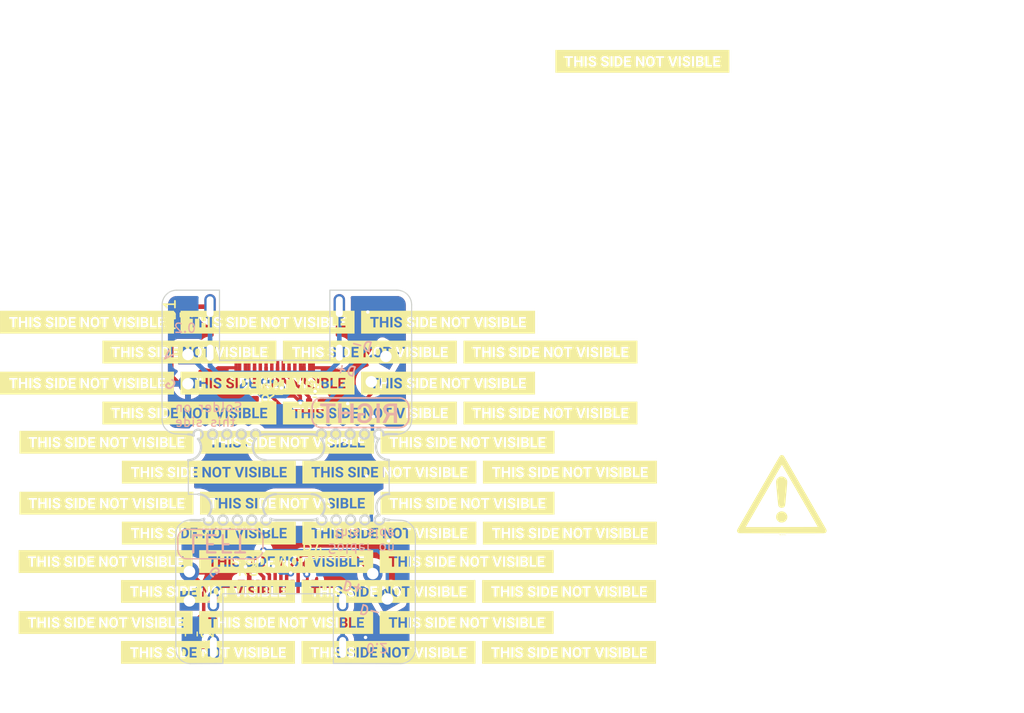
<source format=kicad_pcb>
(kicad_pcb (version 20211014) (generator pcbnew)
  (layers (0 "F.Cu" signal) (31 "B.Cu" signal) (34 "B.Paste" user) (35 "F.Paste" user) (36 "B.SilkS" user "B.Silkscreen") (37 "F.SilkS" user "F.Silkscreen") (38 "B.Mask" user) (39 "F.Mask" user) (44 "Edge.Cuts" user))
  (net 0 "")
  (net 1 "GND")
  (net 2 "Net-(FB1-Pad2)")
  (net 3 "Net-(FB2-Pad2)")
  (net 4 "Net-(J1-PadA4)")
  (net 5 "Net-(J1-PadA7)")
  (net 6 "Net-(J1-PadA6)")
  (net 7 "Net-(J1-PadA5)")
  (net 8 "Net-(J4-PadA5)")
  (net 9 "Net-(J4-PadB5)")
  (net 10 "Net-(J4-PadA4)")
  (net 11 "Net-(J4-PadA7)")
  (net 12 "Net-(J4-PadA6)")
  (net 13 "Net-(J1-PadB5)")
  (footprint "kibuzzard-6284F97C" (layer "F.Cu") (at 66.775 55.7)
    (fp_text reference "kibuzzard-6284F97C" hide)
    (fp_text value "G***" hide)
  )
  (footprint "kibuzzard-6284F97C" (layer "F.Cu") (at 44.69782 107.1)
    (fp_text reference "kibuzzard-6284F97C" hide)
    (fp_text value "G***" hide)
  )
  (footprint "Resistor_SMD:R_0402_1005Metric" (layer "F.Cu") (at 38.1 99.4)
    (fp_text reference "R4" (at 0 -1.17) (layer "F.SilkS"))
    (fp_text value "5.1k")
    (pad "1" smd roundrect locked (at -0.51 0) (size 0.54 0.64) (layers "F.Cu" "F.Paste" "F.Mask") (net 9 "Net-(J4-PadB5)"))
    (pad "2" smd roundrect locked (at 0.51 0) (size 0.54 0.64) (layers "F.Cu" "F.Paste" "F.Mask") (net 1 "GND"))
  )
  (footprint "kibuzzard-6284F97C" (layer "F.Cu") (at 51.57064 94.125)
    (fp_text reference "kibuzzard-6284F97C" hide)
    (fp_text value "G***" hide)
  )
  (footprint "kibuzzard-6284F97C" (layer "F.Cu") (at 27.381375 80.982959)
    (fp_text reference "kibuzzard-6284F97C" hide)
    (fp_text value "G***" hide)
  )
  (footprint "Inductor_SMD:L_0603_1608Metric" (layer "F.Cu") (at 27.55 105.5 -90)
    (fp_text reference "FB2" (at 0.873067 -1.43 90) (layer "F.SilkS"))
    (fp_text value "FerriteBead_Small")
    (pad "1" smd roundrect locked (at -0.7875 0 270) (size 0.875 0.95) (layers "F.Cu" "F.Paste" "F.Mask") (net 1 "GND"))
    (pad "2" smd roundrect locked (at 0.7875 0 270) (size 0.875 0.95) (layers "F.Cu" "F.Paste" "F.Mask") (net 3 "Net-(FB2-Pad2)"))
  )
  (footprint "kibuzzard-6284F97C" (layer "F.Cu") (at 60.47282 96.725)
    (fp_text reference "kibuzzard-6284F97C" hide)
    (fp_text value "G***" hide)
  )
  (footprint "kibuzzard-6284F97C" (layer "F.Cu") (at 34.179195 78.382959)
    (fp_text reference "kibuzzard-6284F97C" hide)
    (fp_text value "G***" hide)
  )
  (footprint "kibuzzard-6284F97C" (layer "F.Cu") (at 27.379195 86.282959)
    (fp_text reference "kibuzzard-6284F97C" hide)
    (fp_text value "G***" hide)
  )
  (footprint "kibuzzard-6284F97C" (layer "F.Cu") (at 60.475 91.425)
    (fp_text reference "kibuzzard-6284F97C" hide)
    (fp_text value "G***" hide)
  )
  (footprint "kibuzzard-6284F97C" (layer "F.Cu") (at 35.87282 88.825)
    (fp_text reference "kibuzzard-6284F97C" hide)
    (fp_text value "G***" hide)
  )
  (footprint "LOGO" (layer "F.Cu") (at 78.906375 93.332959)
    (fp_text reference "G***" hide)
    (fp_text value "LOGO" hide)
  )
  (footprint "kibuzzard-6284F97C" (layer "F.Cu") (at 58.779195 86.282959)
    (fp_text reference "kibuzzard-6284F97C" hide)
    (fp_text value "G***" hide)
  )
  (footprint "Library:PinHeader_1x02_P2.54mm_Vertical" (layer "F.Cu") (at 44.472816 81.364751 -30)
    (fp_text reference "J3" hide)
    (fp_text value "Conn_01x02_Female")
    (pad "1" thru_hole rect (at 0 0 330) (size 1.7 1.7) (drill 1) (layers *.Cu *.Mask) (net 5 "Net-(J1-PadA7)"))
    (pad "2" thru_hole oval (at 0 2.54 330) (size 1.7 1.7) (drill 1) (layers *.Cu *.Mask) (net 6 "Net-(J1-PadA6)"))
  )
  (footprint "kibuzzard-6284F97C" (layer "F.Cu") (at 29.075 91.425)
    (fp_text reference "kibuzzard-6284F97C" hide)
    (fp_text value "G***" hide)
  )
  (footprint "kibuzzard-6284F97C" (layer "F.Cu") (at 44.7 101.8)
    (fp_text reference "kibuzzard-6284F97C" hide)
    (fp_text value "G***" hide)
  )
  (footprint "kibuzzard-6284F97C" (layer "F.Cu") (at 60.4 101.8)
    (fp_text reference "kibuzzard-6284F97C" hide)
    (fp_text value "G***" hide)
  )
  (footprint "kibuzzard-6284F97C" (layer "F.Cu") (at 18.477015 83.682959)
    (fp_text reference "kibuzzard-6284F97C" hide)
    (fp_text value "G***" hide)
  )
  (footprint "kibuzzard-6284F97C" (layer "F.Cu") (at 58.781375 80.982959)
    (fp_text reference "kibuzzard-6284F97C" hide)
    (fp_text value "G***" hide)
  )
  (footprint "kibuzzard-6284F97C" (layer "F.Cu") (at 20.17282 88.825)
    (fp_text reference "kibuzzard-6284F97C" hide)
    (fp_text value "G***" hide)
  )
  (footprint "Library:HRO-TYPE-C-31-M-13" (layer "F.Cu") (at 34.8 74.9375 180)
    (fp_text reference "J1" (at 0 -9.25 180) (layer "F.SilkS"))
    (fp_text value "USB_C_Receptacle_USB2.0")
    (pad "A1" smd rect (at -3.35 -7.4 180) (size 0.3 1.15) (layers "F.Cu" "F.Paste" "F.Mask") (net 1 "GND"))
    (pad "A4" smd rect (at -2.55 -7.4 180) (size 0.3 1.15) (layers "F.Cu" "F.Paste" "F.Mask") (net 4 "Net-(J1-PadA4)"))
    (pad "A5" smd rect (at -1.25 -7.4 180) (size 0.3 1.15) (layers "F.Cu" "F.Paste" "F.Mask") (net 7 "Net-(J1-PadA5)"))
    (pad "A6" smd rect (at -0.25 -7.4 180) (size 0.3 1.15) (layers "F.Cu" "F.Paste" "F.Mask") (net 6 "Net-(J1-PadA6)"))
    (pad "A7" smd rect (at 0.25 -7.4 180) (size 0.3 1.15) (layers "F.Cu" "F.Paste" "F.Mask") (net 5 "Net-(J1-PadA7)"))
    (pad "A8" smd rect (at 1.25 -7.4 180) (size 0.3 1.15) (layers "F.Cu" "F.Paste" "F.Mask"))
    (pad "A9" smd rect (at 2.55 -7.4 180) (size 0.3 1.15) (layers "F.Cu" "F.Paste" "F.Mask") (net 4 "Net-(J1-PadA4)"))
    (pad "A12" smd rect (at 3.35 -7.4 180) (size 0.3 1.15) (layers "F.Cu" "F.Paste" "F.Mask") (net 1 "GND"))
    (pad "B1" smd rect (at 3.05 -7.4 180) (size 0.3 1.15) (layers "F.Cu" "F.Paste" "F.Mask") (net 1 "GND"))
    (pad "B4" smd rect (at 2.25 -7.4 180) (size 0.3 1.15) (layers "F.Cu" "F.Paste" "F.Mask") (net 4 "Net-(J1-PadA4)"))
    (pad "B5" smd rect (at 1.75 -7.4 180) (size 0.3 1.15) (layers "F.Cu" "F.Paste" "F.Mask") (net 13 "Net-(J1-PadB5)"))
    (pad "B6" smd rect (at 0.75 -7.4 180) (size 0.3 1.15) (layers "F.Cu" "F.Paste" "F.Mask") (net 6 "Net-(J1-PadA6)"))
    (pad "B7" smd rect (at -0.75 -7.4 180) (size 0.3 1.15) (layers "F.Cu" "F.Paste" "F.Mask") (net 5 "Net-(J1-PadA7)"))
    (pad "B8" smd rect (at -1.75 -7.4 180) (size 0.3 1.15) (layers "F.Cu" "F.Paste" "F.Mask"))
    (pad "B9" smd rect (at -2.25 -7.4 180) (size 0.3 1.15) (layers "F.Cu" "F.Paste" "F.Mask") (net 4 "Net-(J1-PadA4)"))
    (pad "B12" smd rect (at -3.05 -7.4 180) (size 0.3 1.15) (layers "F.Cu" "F.Paste" "F.Mask") (net 1 "GND"))
    (pad "S1" thru_hole oval (at -5.62 -2.1 180) (size 1 2.2) (drill oval 0.6 1.8) (layers *.Cu *.Mask) (net 2 "Net-(FB1-Pad2)"))
    (pad "S1" thru_hole oval (at 5.62 -2.1 180) (size 1 2.2) (drill oval 0.6 1.8) (layers *.Cu *.Mask) (net 2 "Net-(FB1-Pad2)"))
    (pad "S1" thru_hole oval (at 5.62 -6.1 180) (size 1 1.8) (drill oval 0.6 1.4) (layers *.Cu *.Mask) (net 2 "Net-(FB1-Pad2)"))
    (pad "S1" thru_hole oval (at -5.62 -6.1 180) (size 1 1.8) (drill oval 0.6 1.4) (layers *.Cu *.Mask) (net 2 "Net-(FB1-Pad2)"))
  )
  (footprint "kibuzzard-6284F97C" (layer "F.Cu") (at 49.879195 78.382959)
    (fp_text reference "kibuzzard-6284F97C" hide)
    (fp_text value "G***" hide)
  )
  (footprint "kibuzzard-6284F97C" (layer "F.Cu") (at 49.877015 83.682959)
    (fp_text reference "kibuzzard-6284F97C" hide)
    (fp_text value "G***" hide)
  )
  (footprint "kibuzzard-6284F97C" (layer "F.Cu") (at 35.79782 99.2)
    (fp_text reference "kibuzzard-6284F97C" hide)
    (fp_text value "G***" hide)
  )
  (footprint "kibuzzard-6284F97C" (layer "F.Cu") (at 43.081375 80.982959)
    (fp_text reference "kibuzzard-6284F97C" hide)
    (fp_text value "G***" hide)
  )
  (footprint "kibuzzard-6284F97C" (layer "F.Cu") (at 20.09564 104.5)
    (fp_text reference "kibuzzard-6284F97C" hide)
    (fp_text value "G***" hide)
  )
  (footprint "Resistor_SMD:R_0402_1005Metric" (layer "F.Cu") (at 32.5 98.75 180)
    (fp_text reference "R3" (at 0 -1.17) (layer "F.SilkS"))
    (fp_text value "5.1k")
    (pad "1" smd roundrect locked (at -0.51 0 180) (size 0.54 0.64) (layers "F.Cu" "F.Paste" "F.Mask") (net 8 "Net-(J4-PadA5)"))
    (pad "2" smd roundrect locked (at 0.51 0 180) (size 0.54 0.64) (layers "F.Cu" "F.Paste" "F.Mask") (net 1 "GND"))
  )
  (footprint "Resistor_SMD:R_0402_1005Metric" (layer "F.Cu") (at 38.3 85.3)
    (fp_text reference "R1" (at 0 -1.17) (layer "F.SilkS"))
    (fp_text value "5.1k")
    (pad "1" smd roundrect locked (at -0.51 0) (size 0.54 0.64) (layers "F.Cu" "F.Paste" "F.Mask") (net 7 "Net-(J1-PadA5)"))
    (pad "2" smd roundrect locked (at 0.51 0) (size 0.54 0.64) (layers "F.Cu" "F.Paste" "F.Mask") (net 1 "GND"))
  )
  (footprint "kibuzzard-6284F97C" (layer "F.Cu") (at 51.49782 99.2)
    (fp_text reference "kibuzzard-6284F97C" hide)
    (fp_text value "G***" hide)
  )
  (footprint "Library:PinHeader_1x02_P2.54mm_Vertical" (layer "F.Cu") (at 27.262816 81.194603)
    (fp_text reference "J2" hide)
    (fp_text value "Conn_01x02_Female")
    (pad "1" thru_hole rect (at 0 0) (size 1.7 1.7) (drill 1) (layers *.Cu *.Mask) (net 4 "Net-(J1-PadA4)"))
    (pad "2" thru_hole oval (at 0 2.54) (size 1.7 1.7) (drill 1) (layers *.Cu *.Mask) (net 1 "GND"))
  )
  (footprint "kibuzzard-6284F97C" (layer "F.Cu") (at 35.79564 104.5)
    (fp_text reference "kibuzzard-6284F97C" hide)
    (fp_text value "G***" hide)
  )
  (footprint "kibuzzard-6284F97C" (layer "F.Cu") (at 60.39782 107.1)
    (fp_text reference "kibuzzard-6284F97C" hide)
    (fp_text value "G***" hide)
  )
  (footprint "Inductor_SMD:L_0603_1608Metric" (layer "F.Cu") (at 27.1 77.75 90)
    (fp_text reference "FB1" (at 0 -1.43 90) (layer "F.SilkS"))
    (fp_text value "FerriteBead_Small")
    (pad "1" smd roundrect locked (at -0.7875 0 90) (size 0.875 0.95) (layers "F.Cu" "F.Paste" "F.Mask") (net 1 "GND"))
    (pad "2" smd roundrect locked (at 0.7875 0 90) (size 0.875 0.95) (layers "F.Cu" "F.Paste" "F.Mask") (net 2 "Net-(FB1-Pad2)"))
  )
  (footprint "kibuzzard-6284F97C" (layer "F.Cu") (at 20.09782 99.2)
    (fp_text reference "kibuzzard-6284F97C" hide)
    (fp_text value "G***" hide)
  )
  (footprint "kibuzzard-6284F97C" (layer "F.Cu") (at 28.99782 107.1)
    (fp_text reference "kibuzzard-6284F97C" hide)
    (fp_text value "G***" hide)
  )
  (footprint "kibuzzard-6284F97C" (layer "F.Cu") (at 44.77282 96.725)
    (fp_text reference "kibuzzard-6284F97C" hide)
    (fp_text value "G***" hide)
  )
  (footprint "Resistor_SMD:R_0402_1005Metric" (layer "F.Cu") (at 33.1 84.55 -90)
    (fp_text reference "R2" (at 0 -1.17 90) (layer "F.SilkS"))
    (fp_text value "5.1k")
    (pad "1" smd roundrect locked (at -0.51 0 270) (size 0.54 0.64) (layers "F.Cu" "F.Paste" "F.Mask") (net 13 "Net-(J1-PadB5)"))
    (pad "2" smd roundrect locked (at 0.51 0 270) (size 0.54 0.64) (layers "F.Cu" "F.Paste" "F.Mask") (net 1 "GND"))
  )
  (footprint "kibuzzard-6284F97C" (layer "F.Cu") (at 51.49564 104.5)
    (fp_text reference "kibuzzard-6284F97C" hide)
    (fp_text value "G***" hide)
  )
  (footprint "kibuzzard-6284F97C" (layer "F.Cu") (at 44.775 91.425)
    (fp_text reference "kibuzzard-6284F97C" hide)
    (fp_text value "G***" hide)
  )
  (footprint "kibuzzard-6284F97C" (layer "F.Cu") (at 20.17064 94.125)
    (fp_text reference "kibuzzard-6284F97C" hide)
    (fp_text value "G***" hide)
  )
  (footprint "kibuzzard-6284F97C" (layer "F.Cu") (at 29 101.8)
    (fp_text reference "kibuzzard-6284F97C" hide)
    (fp_text value "G***" hide)
  )
  (footprint "kibuzzard-6284F97C" (layer "F.Cu") (at 35.87064 94.125)
    (fp_text reference "kibuzzard-6284F97C" hide)
    (fp_text value "G***" hide)
  )
  (footprint "kibuzzard-6284F97C" (layer "F.Cu") (at 43.079195 86.282959)
    (fp_text reference "kibuzzard-6284F97C" hide)
    (fp_text value "G***" hide)
  )
  (footprint "kibuzzard-6284F97C" (layer "F.Cu") (at 34.177015 83.682959)
    (fp_text reference "kibuzzard-6284F97C" hide)
    (fp_text value "G***" hide)
  )
  (footprint "kibuzzard-6284F97C" (layer "F.Cu") (at 29.07282 96.725)
    (fp_text reference "kibuzzard-6284F97C" hide)
    (fp_text value "G***" hide)
  )
  (footprint "kibuzzard-6284F97C" (layer "F.Cu") (at 51.57282 88.825)
    (fp_text reference "kibuzzard-6284F97C" hide)
    (fp_text value "G***" hide)
  )
  (footprint "kibuzzard-6284F97C" (layer "F.Cu") (at 18.479195 78.382959)
    (fp_text reference "kibuzzard-6284F97C" hide)
    (fp_text value "G***" hide)
  )
  (footprint "Library:HRO-TYPE-C-31-M-13" (layer "F.Cu") (at 35.087007 108.7625)
    (fp_text reference "J4" (at 0 -9.25) (layer "F.SilkS"))
    (fp_text value "USB_C_Receptacle_USB2.0")
    (pad "A1" smd rect (at -3.35 -7.4) (size 0.3 1.15) (layers "F.Cu" "F.Paste" "F.Mask") (net 1 "GND"))
    (pad "A4" smd rect (at -2.55 -7.4) (size 0.3 1.15) (layers "F.Cu" "F.Paste" "F.Mask") (net 10 "Net-(J4-PadA4)"))
    (pad "A5" smd rect (at -1.25 -7.4) (size 0.3 1.15) (layers "F.Cu" "F.Paste" "F.Mask") (net 8 "Net-(J4-PadA5)"))
    (pad "A6" smd rect (at -0.25 -7.4) (size 0.3 1.15) (layers "F.Cu" "F.Paste" "F.Mask") (net 12 "Net-(J4-PadA6)"))
    (pad "A7" smd rect (at 0.25 -7.4) (size 0.3 1.15) (layers "F.Cu" "F.Paste" "F.Mask") (net 11 "Net-(J4-PadA7)"))
    (pad "A8" smd rect (at 1.25 -7.4) (size 0.3 1.15) (layers "F.Cu" "F.Paste" "F.Mask"))
    (pad "A9" smd rect (at 2.55 -7.4) (size 0.3 1.15) (layers "F.Cu" "F.Paste" "F.Mask") (net 10 "Net-(J4-PadA4)"))
    (pad "A12" smd rect (at 3.35 -7.4) (size 0.3 1.15) (layers "F.Cu" "F.Paste" "F.Mask") (net 1 "GND"))
    (pad "B1" smd rect (at 3.05 -7.4) (size 0.3 1.15) (layers "F.Cu" "F.Paste" "F.Mask") (net 1 "GND"))
    (pad "B4" smd rect (at 2.25 -7.4) (size 0.3 1.15) (layers "F.Cu" "F.Paste" "F.Mask") (net 10 "Net-(J4-PadA4)"))
    (pad "B5" smd rect (at 1.75 -7.4) (size 0.3 1.15) (layers "F.Cu" "F.Paste" "F.Mask") (net 9 "Net-(J4-PadB5)"))
    (pad "B6" smd rect (at 0.75 -7.4) (size 0.3 1.15) (layers "F.Cu" "F.Paste" "F.Mask") (net 12 "Net-(J4-PadA6)"))
    (pad "B7" smd rect (at -0.75 -7.4) (size 0.3 1.15) (layers "F.Cu" "F.Paste" "F.Mask") (net 11 "Net-(J4-PadA7)"))
    (pad "B8" smd rect (at -1.75 -7.4) (size 0.3 1.15) (layers "F.Cu" "F.Paste" "F.Mask"))
    (pad "B9" smd rect (at -2.25 -7.4) (size 0.3 1.15) (layers "F.Cu" "F.Paste" "F.Mask") (net 10 "Net-(J4-PadA4)"))
    (pad "B12" smd rect (at -3.05 -7.4) (size 0.3 1.15) (layers "F.Cu" "F.Paste" "F.Mask") (net 1 "GND"))
    (pad "S1" thru_hole oval (at -5.62 -2.1) (size 1 2.2) (drill oval 0.6 1.8) (layers *.Cu *.Mask) (net 3 "Net-(FB2-Pad2)"))
    (pad "S1" thru_hole oval (at 5.62 -2.1) (size 1 2.2) (drill oval 0.6 1.8) (layers *.Cu *.Mask) (net 3 "Net-(FB2-Pad2)"))
    (pad "S1" thru_hole oval (at -5.62 -6.1) (size 1 1.8) (drill oval 0.6 1.4) (layers *.Cu *.Mask) (net 3 "Net-(FB2-Pad2)"))
    (pad "S1" thru_hole oval (at 5.62 -6.1) (size 1 1.8) (drill oval 0.6 1.4) (layers *.Cu *.Mask) (net 3 "Net-(FB2-Pad2)"))
  )
  (footprint "Library:PinHeader_1x02_P2.54mm_Vertical" (layer "B.Cu") (at 44.597007 102.447634 30)
    (fp_text reference "J6" hide)
    (fp_text value "Conn_01x02_Female")
    (pad "1" thru_hole rect (at 0 0 30) (size 1.7 1.7) (drill 1) (layers *.Cu *.Mask) (net 11 "Net-(J4-PadA7)"))
    (pad "2" thru_hole oval (at 0 -2.54 30) (size 1.7 1.7) (drill 1) (layers *.Cu *.Mask) (net 12 "Net-(J4-PadA6)"))
  )
  (footprint "Library:PinHeader_1x02_P2.54mm_Vertical" (layer "B.Cu") (at 27.387007 102.617782)
    (fp_text reference "J5" hide)
    (fp_text value "Conn_01x02_Female")
    (pad "1" thru_hole rect (at 0 0) (size 1.7 1.7) (drill 1) (layers *.Cu *.Mask) (net 10 "Net-(J4-PadA4)"))
    (pad "2" thru_hole oval (at 0 -2.54) (size 1.7 1.7) (drill 1) (layers *.Cu *.Mask) (net 1 "GND"))
  )
  (footprint "kibuzzard-61F01B61" (layer "B.Cu") (at 42.1 86.3 180)
    (fp_text reference "kibuzzard-61F01B61" hide)
    (fp_text value "G***" hide)
  )
  (gr_line (start 38.060306 86.77098) (end 38.060306 85.751869) (layer "B.SilkS") (width 0.15))
  (gr_line (start 46.462273 85.742058) (end 46.462273 86.761169) (layer "B.SilkS") (width 0.15))
  (gr_line (start 27.175 96.39084) (end 33 96.390841) (layer "B.SilkS") (width 0.12))
  (gr_arc (start 33 96.390841) (mid 33.543252 96.621629) (end 33.780889 97.161919) (layer "B.SilkS") (width 0.12))
  (gr_arc (start 46.462273 86.761169) (mid 46.222579 87.313038) (end 45.666195 87.542059) (layer "B.SilkS") (width 0.15))
  (gr_line (start 38.841195 87.542058) (end 45.666195 87.542059) (layer "B.SilkS") (width 0.15))
  (gr_arc (start 26.378922 97.17173) (mid 26.618592 96.619836) (end 27.175 96.39084) (layer "B.SilkS") (width 0.12))
  (gr_line (start 32.984811 98.961919) (end 27.159811 98.961919) (layer "B.SilkS") (width 0.12))
  (gr_line (start 26.378922 97.17173) (end 26.378922 98.190841) (layer "B.SilkS") (width 0.12))
  (gr_line (start 45.681384 84.97098) (end 38.856384 84.97098) (layer "B.SilkS") (width 0.15))
  (gr_arc (start 27.159811 98.961919) (mid 26.616559 98.731131) (end 26.378922 98.190841) (layer "B.SilkS") (width 0.12))
  (gr_arc (start 38.841195 87.542058) (mid 38.297911 87.311304) (end 38.060306 86.77098) (layer "B.SilkS") (width 0.15))
  (gr_line (start 33.780889 98.18103) (end 33.780889 97.161919) (layer "B.SilkS") (width 0.12))
  (gr_arc (start 33.780889 98.18103) (mid 33.541219 98.732924) (end 32.984811 98.96192) (layer "B.SilkS") (width 0.12))
  (gr_arc (start 38.060306 85.751869) (mid 38.3 85.2) (end 38.856384 84.970979) (layer "B.SilkS") (width 0.15))
  (gr_arc (start 45.681384 84.97098) (mid 46.224668 85.201734) (end 46.462273 85.742058) (layer "B.SilkS") (width 0.15))
  (gr_arc (start 47.025043 106.801974) (mid 46.653069 107.7) (end 45.755043 108.071974) (layer "Edge.Cuts") (width 0.1))
  (gr_arc (start 38.509153 95.474019) (mid 38.270071 95.558775) (end 38.018077 95.587812) (layer "Edge.Cuts") (width 0.2))
  (gr_arc (start 45.438705 75.6) (mid 46.336731 75.971974) (end 46.708705 76.87) (layer "Edge.Cuts") (width 0.1))
  (gr_arc (start 44.244438 88.227012) (mid 44.48352 88.142256) (end 44.735514 88.113219) (layer "Edge.Cuts") (width 0.2))
  (gr_arc (start 45.764429 95.61584) (mid 46.662455 95.987814) (end 47.034429 96.88584) (layer "Edge.Cuts") (width 0.1))
  (gr_arc (start 34.023307 90.374997) (mid 33.001984 89.725955) (end 33.160082 88.526221) (layer "Edge.Cuts") (width 0.2))
  (gr_line (start 45.451974 88.121974) (end 44.735514 88.113219) (layer "Edge.Cuts") (width 0.2))
  (gr_arc (start 26.188548 96.86084) (mid 26.560522 95.962814) (end 27.458548 95.59084) (layer "Edge.Cuts") (width 0.1))
  (gr_circle (center 30.644383 88.130892) (end 30.244383 88.130892) (layer "Edge.Cuts") (width 0.2) (fill none))
  (gr_arc (start 38.014148 93.337817) (mid 39.035471 93.986859) (end 38.877373 95.186593) (layer "Edge.Cuts") (width 0.2))
  (gr_arc (start 25.012412 76.87) (mid 25.384384 75.971972) (end 26.282412 75.6) (layer "Edge.Cuts") (width 0.1))
  (gr_circle (center 42.643069 95.57974) (end 43.043069 95.57974) (layer "Edge.Cuts") (width 0.2) (fill none))
  (gr_arc (start 28.666084 95.485802) (mid 28.427002 95.570558) (end 28.175008 95.599595) (layer "Edge.Cuts") (width 0.2))
  (gr_line (start 39.6 75.6) (end 45.438705 75.6) (layer "Edge.Cuts") (width 0.1))
  (gr_circle (center 31.894381 88.128711) (end 31.494381 88.128711) (layer "Edge.Cuts") (width 0.2) (fill none))
  (gr_arc (start 34.064305 95.189597) (mid 33.902017 93.990421) (end 34.92107 93.337818) (layer "Edge.Cuts") (width 0.2))
  (gr_line (start 34.92107 93.337818) (end 38.014148 93.337817) (layer "Edge.Cuts") (width 0.1))
  (gr_arc (start 37.985526 88.125) (mid 38.237619 88.153157) (end 38.476996 88.237078) (layer "Edge.Cuts") (width 0.2))
  (gr_arc (start 33.160082 88.52622) (mid 32.898254 87.811217) (end 33.528302 88.238795) (layer "Edge.Cuts") (width 0.2))
  (gr_line (start 44.739443 90.363214) (end 44.764139 93.326035) (layer "Edge.Cuts") (width 0.1))
  (gr_circle (center 42.610517 88.116928) (end 42.210517 88.116928) (layer "Edge.Cuts") (width 0.2) (fill none))
  (gr_line (start 34.023307 90.374997) (end 37.989452 90.374996) (layer "Edge.Cuts") (width 0.1))
  (gr_circle (center 32.8 95.591523) (end 33.2 95.591523) (layer "Edge.Cuts") (width 0.2) (fill none))
  (gr_arc (start 27.26939 88.136783) (mid 27.521483 88.16494) (end 27.76086 88.248861) (layer "Edge.Cuts") (width 0.2))
  (gr_arc (start 43.876218 88.514437) (mid 43.61439 87.799434) (end 44.244438 88.227012) (layer "Edge.Cuts") (width 0.2))
  (gr_line (start 30 75.6) (end 30 81.7) (layer "Edge.Cuts") (width 0.1))
  (gr_arc (start 33.528302 88.238795) (mid 33.767384 88.154039) (end 34.019378 88.125002) (layer "Edge.Cuts") (width 0.2))
  (gr_line (start 37.985526 88.125) (end 34.019378 88.125002) (layer "Edge.Cuts") (width 0.2))
  (gr_line (start 46.708705 76.87) (end 46.721974 86.851974) (layer "Edge.Cuts") (width 0.1))
  (gr_line (start 39.6 81.7) (end 39.6 75.6) (layer "Edge.Cuts") (width 0.1))
  (gr_line (start 44.768065 95.576031) (end 45.764429 95.61584) (layer "Edge.Cuts") (width 0.1))
  (gr_line (start 34.924996 95.587814) (end 38.018077 95.587812) (layer "Edge.Cuts") (width 0.2))
  (gr_arc (start 46.721974 86.851974) (mid 46.35 87.75) (end 45.451974 88.121974) (layer "Edge.Cuts") (width 0.1))
  (gr_arc (start 29.034304 95.198377) (mid 29.296132 95.91338) (end 28.666084 95.485802) (layer "Edge.Cuts") (width 0.2))
  (gr_arc (start 44.768065 95.576031) (mid 44.515972 95.547874) (end 44.276595 95.463953) (layer "Edge.Cuts") (width 0.2))
  (gr_arc (start 38.846217 88.523217) (mid 39.0085 89.72239) (end 37.989452 90.374996) (layer "Edge.Cuts") (width 0.2))
  (gr_line (start 26.282412 75.6) (end 30 75.6) (layer "Edge.Cuts") (width 0.1))
  (gr_line (start 27.26939 88.136783) (end 26.273026 88.096974) (layer "Edge.Cuts") (width 0.1))
  (gr_arc (start 27.471817 108.071974) (mid 26.573791 107.7) (end 26.201817 106.801974) (layer "Edge.Cuts") (width 0.1))
  (gr_line (start 27.298012 93.3496) (end 28.171079 93.3496) (layer "Edge.Cuts") (width 0.1))
  (gr_circle (center 29.394386 88.133074) (end 28.994386 88.133074) (layer "Edge.Cuts") (width 0.2) (fill none))
  (gr_circle (center 30.300005 95.595886) (end 30.700005 95.595886) (layer "Edge.Cuts") (width 0.2) (fill none))
  (gr_arc (start 28.130082 88.534999) (mid 28.292367 89.734174) (end 27.273316 90.386779) (layer "Edge.Cuts") (width 0.2))
  (gr_arc (start 27.76086 88.248861) (mid 28.389413 87.819087) (end 28.130081 88.535) (layer "Edge.Cuts") (width 0.2))
  (gr_circle (center 41.360519 88.119109) (end 40.960519 88.119109) (layer "Edge.Cuts") (width 0.2) (fill none))
  (gr_line (start 25.003026 86.826974) (end 25.012412 76.87) (layer "Edge.Cuts") (width 0.1))
  (gr_arc (start 44.276595 95.463953) (mid 43.648042 95.893727) (end 43.907374 95.177814) (layer "Edge.Cuts") (width 0.2))
  (gr_line (start 26.201817 106.801974) (end 26.188548 96.86084) (layer "Edge.Cuts") (width 0.1))
  (gr_line (start 30.3 108.05916) (end 27.471817 108.071974) (layer "Edge.Cuts") (width 0.1))
  (gr_arc (start 26.273026 88.096974) (mid 25.375 87.725) (end 25.003026 86.826974) (layer "Edge.Cuts") (width 0.1))
  (gr_line (start 30.3 102) (end 30.3 108.05916) (layer "Edge.Cuts") (width 0.1))
  (gr_circle (center 40.143074 95.584103) (end 40.543074 95.584103) (layer "Edge.Cuts") (width 0.2) (fill none))
  (gr_line (start 27.273316 90.386779) (end 27.298012 93.3496) (layer "Edge.Cuts") (width 0.1))
  (gr_line (start 47.034429 96.88584) (end 47.025043 106.801974) (layer "Edge.Cuts") (width 0.1))
  (gr_circle (center 40.110522 88.121291) (end 39.710522 88.121291) (layer "Edge.Cuts") (width 0.2) (fill none))
  (gr_line (start 39.9 108.05916) (end 39.9 102) (layer "Edge.Cuts") (width 0.1))
  (gr_arc (start 34.433526 95.475736) (mid 33.804973 95.90551) (end 34.064305 95.189597) (layer "Edge.Cuts") (width 0.2))
  (gr_arc (start 34.924996 95.587814) (mid 34.672903 95.559657) (end 34.433526 95.475736) (layer "Edge.Cuts") (width 0.2))
  (gr_arc (start 38.476996 88.237078) (mid 39.105549 87.807304) (end 38.846217 88.523217) (layer "Edge.Cuts") (width 0.2))
  (gr_line (start 39.9 102) (end 30.3 102) (layer "Edge.Cuts") (width 0.1))
  (gr_arc (start 38.877373 95.186594) (mid 39.139201 95.901597) (end 38.509153 95.474019) (layer "Edge.Cuts") (width 0.2))
  (gr_circle (center 41.393072 95.581922) (end 41.793072 95.581922) (layer "Edge.Cuts") (width 0.2) (fill none))
  (gr_line (start 27.458548 95.59084) (end 28.175008 95.599595) (layer "Edge.Cuts") (width 0.2))
  (gr_arc (start 43.907373 95.177815) (mid 43.745088 93.97864) (end 44.764139 93.326035) (layer "Edge.Cuts") (width 0.2))
  (gr_arc (start 44.739443 90.363214) (mid 43.71812 89.714172) (end 43.876218 88.514438) (layer "Edge.Cuts") (width 0.2))
  (gr_circle (center 31.550003 95.593705) (end 31.950003 95.593705) (layer "Edge.Cuts") (width 0.2) (fill none))
  (gr_arc (start 28.171079 93.3496) (mid 29.192402 93.998642) (end 29.034304 95.198376) (layer "Edge.Cuts") (width 0.2))
  (gr_line (start 30 81.7) (end 39.6 81.7) (layer "Edge.Cuts") (width 0.1))
  (gr_line (start 45.755043 108.071974) (end 39.9 108.05916) (layer "Edge.Cuts") (width 0.1))
  (gr_text "G" (at 25.728968 83.829 -45) (layer "B.SilkS") (effects (font (size 0.8 0.8)) (justify mirror)))
  (gr_text "G" (at 29.575 100.075 135) (layer "B.SilkS") (effects (font (size 0.8 0.8)) (justify mirror)))
  (gr_text "V" (at 29.534594 102.604 135) (layer "B.SilkS") (effects (font (size 0.8 0.8)) (justify mirror)))
  (gr_text "Solder on \nthis side" (at 42.65 97.4 180) (layer "B.SilkS") (effects (font (size 0.8 0.8) (thickness 0.12)) (justify mirror)))
  (gr_text "D-" (at 42.375 80.375 -15) (layer "B.SilkS") (effects (font (size 0.8 0.8)) (justify mirror)))
  (gr_text "D-" (at 43.087792 103.500694 165) (layer "B.SilkS") (effects (font (size 0.8 0.8)) (justify mirror)))
  (gr_text "V" (at 25.5 81.3 -45) (layer "B.SilkS") (effects (font (size 0.8 0.8)) (justify mirror)))
  (gr_text "0.2" (at 27 78.9) (layer "B.SilkS") (effects (font (size 0.8 0.8) (thickness 0.12)) (justify mirror)))
  (gr_text "D+" (at 40.987792 82.525694 -15) (layer "B.SilkS") (effects (font (size 0.8 0.8)) (justify mirror)))
  (gr_text "0.2" (at 43.7 106.7 180) (layer "B.SilkS") (effects (font (size 0.8 0.8) (thickness 0.12)) (justify mirror)))
  (gr_text "Solder on \nthis side" (at 28.75 86.425) (layer "B.SilkS") (effects (font (size 0.8 0.8) (thickness 0.12)) (justify mirror)))
  (gr_text "LEFT" (at 29.85981 97.59084 180) (layer "B.SilkS") (effects (font (size 1.5 1.5) (thickness 0.2)) (justify mirror)))
  (gr_text "D+" (at 41.625 101.425 165) (layer "B.SilkS") (effects (font (size 0.8 0.8)) (justify mirror)))
  (gr_text "R1" (at 28.116206 96.852782 180) (layer "F.SilkS") (effects (font (size 1 1))))
  (segment (start 38.81 85.3) (end 40.35 85.3) (width 0.3) (layer "F.Cu") (net 1))
  (segment (start 28.627487 103.635013) (end 28.627487 101.91476) (width 0.3) (layer "F.Cu") (net 1))
  (segment (start 27.1 78.5375) (end 25.85 79.7875) (width 0.3) (layer "F.Cu") (net 1))
  (segment (start 25.85 79.7875) (end 25.85 83.05) (width 0.3) (layer "F.Cu") (net 1))
  (segment (start 41.15 85.4605) (end 40.5105 85.4605) (width 0.3) (layer "F.Cu") (net 1))
  (segment (start 26.534603 83.734603) (end 27.262816 83.734603) (width 0.3) (layer "F.Cu") (net 1))
  (segment (start 28.696124 101.846123) (end 28.696124 101.386899) (width 0.3) (layer "F.Cu") (net 1))
  (segment (start 38.15 83.1) (end 38.15 82.3375) (width 0.3) (layer "F.Cu") (net 1))
  (segment (start 28.627487 101.91476) (end 28.696124 101.846123) (width 0.3) (layer "F.Cu") (net 1))
  (segment (start 40.35 85.3) (end 40.5105 85.4605) (width 0.3) (layer "F.Cu") (net 1))
  (segment (start 25.85 83.05) (end 26.534603 83.734603) (width 0.3) (layer "F.Cu") (net 1))
  (segment (start 28.696124 101.386899) (end 27.387007 100.077782) (width 0.3) (layer "F.Cu") (net 1))
  (segment (start 27.55 104.7125) (end 28.627487 103.635013) (width 0.3) (layer "F.Cu") (net 1))
  (segment (start 40.5105 85.4605) (end 38.15 83.1) (width 0.3) (layer "F.Cu") (net 1))
  (via (at 42.8 91.75) (size 0.6) (drill 0.3) (layers "F.Cu" "B.Cu") (net 1))
  (via (at 44.7 97.4) (size 0.6) (drill 0.3) (layers "F.Cu" "B.Cu") (net 1))
  (via (at 42.9 77.5) (size 0.6) (drill 0.3) (layers "F.Cu" "B.Cu") (net 1))
  (via (at 43.4 86.6) (size 0.6) (drill 0.3) (layers "F.Cu" "B.Cu") (net 1))
  (via (at 41.15 85.4605) (size 0.6) (drill 0.3) (layers "F.Cu" "B.Cu") (net 1))
  (via (at 42.7 105.8) (size 0.6) (drill 0.3) (layers "F.Cu" "B.Cu") (net 1))
  (segment (start 43.202486 95.902486) (end 43.202486 93.902486) (width 0.3) (layer "B.Cu") (net 1))
  (segment (start 42.8 93.5) (end 42.8 91.75) (width 0.3) (layer "B.Cu") (net 1))
  (segment (start 43.202486 93.902486) (end 42.8 93.5) (width 0.3) (layer "B.Cu") (net 1))
  (segment (start 43.3 86.7) (end 43.4 86.6) (width 0.3) (layer "B.Cu") (net 1))
  (segment (start 42.8 89.3) (end 43.3 88.8) (width 0.3) (layer "B.Cu") (net 1))
  (segment (start 42.8 91.75) (end 42.8 89.3) (width 0.3) (layer "B.Cu") (net 1))
  (segment (start 44.7 97.4) (end 43.202486 95.902486) (width 0.3) (layer "B.Cu") (net 1))
  (segment (start 43.3 88.8) (end 43.3 86.7) (width 0.3) (layer "B.Cu") (net 1))
  (segment (start 27.175 77.0375) (end 27.1 76.9625) (width 0.4) (layer "F.Cu") (net 2))
  (segment (start 29.18 77.0375) (end 27.175 77.0375) (width 0.4) (layer "F.Cu") (net 2))
  (segment (start 30.399022 82.8) (end 29.8 82.8) (width 0.4) (layer "B.Cu") (net 2))
  (segment (start 39.399511 82.800489) (end 40.42 81.78) (width 0.4) (layer "B.Cu") (net 2))
  (segment (start 29.18 82.18) (end 29.8 82.8) (width 0.4) (layer "B.Cu") (net 2))
  (segment (start 40.42 77.0375) (end 40.42 81.0375) (width 0.4) (layer "B.Cu") (net 2))
  (segment (start 29.18 81.0375) (end 29.18 77.0375) (width 0.4) (layer "B.Cu") (net 2))
  (segment (start 30.399511 82.800489) (end 39.399511 82.800489) (width 0.4) (layer "B.Cu") (net 2))
  (segment (start 30.399511 82.800489) (end 30.399022 82.8) (width 0.4) (layer "B.Cu") (net 2))
  (segment (start 40.42 81.78) (end 40.42 81.0375) (width 0.4) (layer "B.Cu") (net 2))
  (segment (start 29.18 81.0375) (end 29.18 82.18) (width 0.4) (layer "B.Cu") (net 2))
  (segment (start 27.925 106.6625) (end 27.55 106.2875) (width 0.3) (layer "F.Cu") (net 3))
  (segment (start 29.467007 106.6625) (end 27.925 106.6625) (width 0.3) (layer "F.Cu") (net 3))
  (segment (start 29.47 106.6625) (end 29.47 101.92) (width 0.4) (layer "B.Cu") (net 3))
  (segment (start 40.71 101.52) (end 40.71 106.6625) (width 0.4) (layer "B.Cu") (net 3))
  (segment (start 40.39 101.2) (end 40.71 101.52) (width 0.4) (layer "B.Cu") (net 3))
  (segment (start 30.19 101.2) (end 40.39 101.2) (width 0.4) (layer "B.Cu") (net 3))
  (segment (start 29.47 101.92) (end 30.19 101.2) (width 0.4) (layer "B.Cu") (net 3))
  (segment (start 38.311638 84.399119) (end 37.300489 83.38797) (width 0.4) (layer "F.Cu") (net 4))
  (segment (start 32.4105 83.489989) (end 32.55 83.350489) (width 0.25) (layer "F.Cu") (net 4))
  (segment (start 37.300489 83.38797) (end 37.300489 82.3375) (width 0.4) (layer "F.Cu") (net 4))
  (segment (start 32.55 83.350489) (end 32.55 82.3375) (width 0.25) (layer "F.Cu") (net 4))
  (via (at 38.311638 84.399119) (size 0.6) (drill 0.3) (layers "F.Cu" "B.Cu") (net 4))
  (via (at 32.4105 83.489989) (size 0.6) (drill 0.3) (layers "F.Cu" "B.Cu") (net 4))
  (segment (start 35.720507 84.8) (end 36.121388 84.399119) (width 0.4) (layer "B.Cu") (net 4))
  (segment (start 30.399022 84.3) (end 27.293625 81.194603) (width 0.4) (layer "B.Cu") (net 4))
  (segment (start 32.4105 83.489989) (end 31.600489 84.3) (width 0.4) (layer "B.Cu") (net 4))
  (segment (start 32.4105 83.489989) (end 33.720511 84.8) (width 0.4) (layer "B.Cu") (net 4))
  (segment (start 31.600489 84.3) (end 30.399022 84.3) (width 0.4) (layer "B.Cu") (net 4))
  (segment (start 33.720511 84.8) (end 35.720507 84.8) (width 0.4) (layer "B.Cu") (net 4))
  (segment (start 36.121388 84.399119) (end 38.311638 84.399119) (width 0.4) (layer "B.Cu") (net 4))
  (segment (start 37.0305 85.3305) (end 36.5 84.8) (width 0.3) (layer "F.Cu") (net 5))
  (segment (start 37.0305 84.822786) (end 36.114142 83.906428) (width 0.3) (layer "F.Cu") (net 5))
  (segment (start 37.0305 85.4) (end 37.0305 84.822786) (width 0.3) (layer "F.Cu") (net 5))
  (segment (start 36.5 84.8) (end 35.184776 84.8) (width 0.3) (layer "F.Cu") (net 5))
  (segment (start 34.55 84.165224) (end 34.55 82.3375) (width 0.3) (layer "F.Cu") (net 5))
  (segment (start 35.55 83.356428) (end 35.55 82.3375) (width 0.3) (layer "F.Cu") (net 5))
  (segment (start 36.114142 83.906428) (end 36.1 83.906428) (width 0.3) (layer "F.Cu") (net 5))
  (segment (start 35.184776 84.8) (end 34.55 84.165224) (width 0.3) (layer "F.Cu") (net 5))
  (segment (start 37.0305 85.4) (end 37.0305 85.3305) (width 0.3) (layer "F.Cu") (net 5))
  (segment (start 36.1 83.906428) (end 35.55 83.356428) (width 0.3) (layer "F.Cu") (net 5))
  (via (at 37.0305 85.4) (size 0.6) (drill 0.3) (layers "F.Cu" "B.Cu") (net 5))
  (segment (start 37.23098 85.60048) (end 38.99952 85.60048) (width 0.3) (layer "B.Cu") (net 5))
  (segment (start 37.0305 85.4) (end 37.23098 85.60048) (width 0.3) (layer "B.Cu") (net 5))
  (segment (start 38.99952 85.60048) (end 43.235249 81.364751) (width 0.3) (layer "B.Cu") (net 5))
  (segment (start 43.235249 81.364751) (end 44.472816 81.364751) (width 0.3) (layer "B.Cu") (net 5))
  (segment (start 35.05 83.760818) (end 35.05 82.3375) (width 0.3) (layer "F.Cu") (net 6))
  (segment (start 33.9105 83.55) (end 33.9105 83.401022) (width 0.3) (layer "F.Cu") (net 6))
  (segment (start 33.9105 84.21801) (end 35.79249 86.1) (width 0.3) (layer "F.Cu") (net 6))
  (segment (start 41.7 86.1) (end 43.202816 84.597184) (width 0.3) (layer "F.Cu") (net 6))
  (segment (start 33.9105 83.55) (end 33.9105 84.21801) (width 0.3) (layer "F.Cu") (net 6))
  (segment (start 35.394591 84.105409) (end 35.05 83.760818) (width 0.3) (layer "F.Cu") (net 6))
  (segment (start 43.202816 84.597184) (end 43.202816 83.564456) (width 0.3) (layer "F.Cu") (net 6))
  (segment (start 33.9105 83.401022) (end 34.049511 83.262011) (width 0.3) (layer "F.Cu") (net 6))
  (segment (start 34.049511 82.337989) (end 34.05 82.3375) (width 0.3) (layer "F.Cu") (net 6))
  (segment (start 35.79249 86.1) (end 41.7 86.1) (width 0.3) (layer "F.Cu") (net 6))
  (segment (start 34.049511 83.262011) (end 34.049511 82.337989) (width 0.3) (layer "F.Cu") (net 6))
  (via (at 35.394591 84.105409) (size 0.6) (drill 0.3) (layers "F.Cu" "B.Cu") (net 6))
  (via (at 33.9105 83.55) (size 0.6) (drill 0.3) (layers "F.Cu" "B.Cu") (net 6))
  (segment (start 34.839182 83.55) (end 35.394591 84.105409) (width 0.3) (layer "B.Cu") (net 6))
  (segment (start 33.9105 83.55) (end 34.839182 83.55) (width 0.3) (layer "B.Cu") (net 6))
  (segment (start 37.79 85.3) (end 37.79 84.89) (width 0.3) (layer "F.Cu") (net 7))
  (segment (start 37.79 84.89) (end 36.05 83.15) (width 0.3) (layer "F.Cu") (net 7))
  (segment (start 36.05 83.15) (end 36.05 82.3375) (width 0.3) (layer "F.Cu") (net 7))
  (segment (start 32.9 98.86) (end 33.01 98.75) (width 0.3) (layer "F.Cu") (net 8))
  (segment (start 32.9 99.61) (end 32.9 98.86) (width 0.3) (layer "F.Cu") (net 8))
  (segment (start 33.84 101.3625) (end 33.84 100.55) (width 0.3) (layer "F.Cu") (net 8))
  (segment (start 33.84 100.55) (end 32.9 99.61) (width 0.3) (layer "F.Cu") (net 8))
  (segment (start 36.84 99.81) (end 37.25 99.4) (width 0.3) (layer "F.Cu") (net 9))
  (segment (start 37.25 99.4) (end 37.59 99.4) (width 0.3) (layer "F.Cu") (net 9))
  (segment (start 36.84 101.3625) (end 36.84 99.81) (width 0.3) (layer "F.Cu") (net 9))
  (segment (start 32.262536 99.991041) (end 32.586518 100.315023) (width 0.4) (layer "F.Cu") (net 10))
  (segment (start 37.59 100.3) (end 37.637007 100.347007) (width 0.25) (layer "F.Cu") (net 10))
  (segment (start 32.586518 100.315023) (end 32.586518 101.3625) (width 0.4) (layer "F.Cu") (net 10))
  (segment (start 32.262536 99.660997) (end 32.262536 99.991041) (width 0.4) (layer "F.Cu") (net 10))
  (segment (start 37.637007 100.347007) (end 37.637007 101.065493) (width 0.25) (layer "F.Cu") (net 10))
  (segment (start 37.637007 101.065493) (end 37.34 101.3625) (width 0.25) (layer "F.Cu") (net 10))
  (via (at 37.59 100.3) (size 0.6) (drill 0.3) (layers "F.Cu" "B.Cu") (net 10))
  (via (at 32.262536 99.660997) (size 0.6) (drill 0.3) (layers "F.Cu" "B.Cu") (net 10))
  (segment (start 34.169493 98.9) (end 36.19 98.9) (width 0.4) (layer "B.Cu") (net 10))
  (segment (start 32.262536 99.660997) (end 30.039003 99.660997) (width 0.4) (layer "B.Cu") (net 10))
  (segment (start 32.262536 99.660997) (end 33.408496 99.660997) (width 0.4) (layer "B.Cu") (net 10))
  (segment (start 36.19 98.9) (end 37.59 100.3) (width 0.4) (layer "B.Cu") (net 10))
  (segment (start 27.387007 102.312993) (end 27.387007 102.617782) (width 0.4) (layer "B.Cu") (net 10))
  (segment (start 30.039003 99.660997) (end 27.387007 102.312993) (width 0.4) (layer "B.Cu") (net 10))
  (segment (start 33.408496 99.660997) (end 34.169493 98.9) (width 0.4) (layer "B.Cu") (net 10))
  (segment (start 35.09 98.9) (end 34.19 98.9) (width 0.3) (layer "F.Cu") (net 11))
  (segment (start 33.830734 98.540734) (end 34.19 98.9) (width 0.3) (layer "F.Cu") (net 11))
  (segment (start 33.830734 98.2495) (end 33.830734 98.540734) (width 0.3) (layer "F.Cu") (net 11))
  (segment (start 35.34 101.3625) (end 35.34 99.15) (width 0.3) (layer "F.Cu") (net 11))
  (segment (start 35.34 99.15) (end 35.09 98.9) (width 0.3) (layer "F.Cu") (net 11))
  (segment (start 33.830734 98.2495) (end 33.79 98.290234) (width 0.3) (layer "F.Cu") (net 11))
  (segment (start 33.79 99.793572) (end 34.34 100.343572) (width 0.3) (layer "F.Cu") (net 11))
  (segment (start 34.34 100.343572) (end 34.34 101.3625) (width 0.3) (layer "F.Cu") (net 11))
  (segment (start 33.79 98.290234) (end 33.79 99.793572) (width 0.3) (layer "F.Cu") (net 11))
  (via (at 33.830734 98.2495) (size 0.6) (drill 0.3) (layers "F.Cu" "B.Cu") (net 11))
  (segment (start 43.7495 98.2495) (end 33.830734 98.2495) (width 0.3) (layer "B.Cu") (net 11))
  (segment (start 44.597007 99.097007) (end 43.7495 98.2495) (width 0.3) (layer "B.Cu") (net 11))
  (segment (start 44.597007 102.447634) (end 44.597007 99.097007) (width 0.3) (layer "B.Cu") (net 11))
  (segment (start 34.84 99.7495) (end 34.84 101.3625) (width 0.3) (layer "F.Cu") (net 12))
  (segment (start 35.840489 101.362011) (end 35.84 101.3625) (width 0.3) (layer "F.Cu") (net 12))
  (segment (start 36.1905 99.6095) (end 37.15 98.65) (width 0.3) (layer "F.Cu") (net 12))
  (segment (start 37.15 98.65) (end 41.729078 98.65) (width 0.3) (layer "F.Cu") (net 12))
  (segment (start 34.69 99.5995) (end 34.84 99.7495) (width 0.3) (layer "F.Cu") (net 12))
  (segment (start 36.078478 100.2) (end 35.840489 100.437989) (width 0.3) (layer "F.Cu") (net 12))
  (segment (start 36.1905 100.2) (end 36.078478 100.2) (width 0.3) (layer "F.Cu") (net 12))
  (segment (start 36.1905 100.2) (end 36.1905 99.6095) (width 0.3) (layer "F.Cu") (net 12))
  (segment (start 35.840489 100.437989) (end 35.840489 101.362011) (width 0.3) (layer "F.Cu") (net 12))
  (segment (start 41.729078 98.65) (end 43.327007 100.247929) (width 0.3) (layer "F.Cu") (net 12))
  (via (at 34.69 99.5995) (size 0.6) (drill 0.3) (layers "F.Cu" "B.Cu") (net 12))
  (via (at 36.1905 100.2) (size 0.6) (drill 0.3) (layers "F.Cu" "B.Cu") (net 12))
  (segment (start 35.2905 100.2) (end 36.1905 100.2) (width 0.3) (layer "B.Cu") (net 12))
  (segment (start 34.69 99.5995) (end 35.2905 100.2) (width 0.3) (layer "B.Cu") (net 12))
  (segment (start 33.05 82.3375) (end 33.05 83.99) (width 0.3) (layer "F.Cu") (net 13))
  (segment (start 33.05 83.99) (end 33.1 84.04) (width 0.3) (layer "F.Cu") (net 13))
  (zone (net 1) (net_name "GND") (layers F&B.Cu) (connect_pads (clearance 0.508)) (min_thickness 0.254) (fill yes (thermal_gap 0.508) (thermal_bridge_width 0.508) (island_removal_mode 2) (island_area_min 2))
    (polygon (pts (xy 47 76.075) (xy 47.861319 111.573995) (xy 22.961319 111.023995) (xy 22.475 75.525)))
  )
)
</source>
